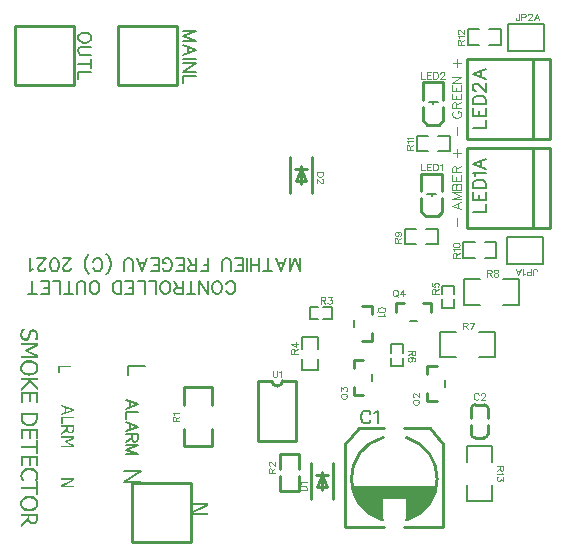
<source format=gto>
G04 Layer: TopSilkscreenLayer*
G04 EasyEDA v6.5.39, 2024-01-10 16:20:09*
G04 85b321e934e241e88075cb939218c85a,3d9c8b04885e45b7839bd8e85c0fd600,10*
G04 Gerber Generator version 0.2*
G04 Scale: 100 percent, Rotated: No, Reflected: No *
G04 Dimensions in millimeters *
G04 leading zeros omitted , absolute positions ,4 integer and 5 decimal *
%FSLAX45Y45*%
%MOMM*%

%ADD10C,0.2032*%
%ADD11C,0.1600*%
%ADD12C,0.1524*%
%ADD13C,0.1000*%
%ADD14C,0.1200*%
%ADD15C,0.2540*%
%ADD16C,0.2000*%
%ADD17C,0.2030*%
%ADD18C,0.1270*%
%ADD19C,0.0148*%

%LPD*%
G36*
X1670812Y-770128D02*
G01*
X1670812Y-788416D01*
X1785874Y-788416D01*
X1670812Y-846836D01*
X1670812Y-874268D01*
X1816100Y-874268D01*
X1816100Y-856234D01*
X1690624Y-856234D01*
X1816100Y-791972D01*
X1816100Y-770128D01*
G37*
G36*
X237236Y703580D02*
G01*
X232765Y693572D01*
X229108Y682752D01*
X226821Y670560D01*
X226060Y655828D01*
X226263Y649478D01*
X226872Y643686D01*
X227939Y638454D01*
X229362Y633730D01*
X231292Y629513D01*
X233629Y625500D01*
X236270Y621639D01*
X239267Y617982D01*
X242214Y614984D01*
X245567Y612394D01*
X249224Y610158D01*
X253238Y608330D01*
X257454Y606755D01*
X261620Y605688D01*
X265836Y604977D01*
X270002Y604774D01*
X276453Y605180D01*
X282448Y606501D01*
X287934Y608634D01*
X292862Y611632D01*
X301040Y620725D01*
X306832Y633730D01*
X314452Y663448D01*
X315874Y667867D01*
X317703Y671677D01*
X319836Y674979D01*
X322326Y677672D01*
X325323Y679805D01*
X328828Y681278D01*
X332689Y682193D01*
X337058Y682498D01*
X341985Y681990D01*
X346405Y680415D01*
X350266Y677773D01*
X353568Y674116D01*
X356362Y669696D01*
X358343Y664667D01*
X359511Y658926D01*
X359918Y652526D01*
X359613Y646633D01*
X358698Y640842D01*
X357225Y635203D01*
X355092Y629666D01*
X352704Y624484D01*
X350062Y619760D01*
X347218Y615594D01*
X344170Y611886D01*
X344170Y610362D01*
X367284Y610362D01*
X369417Y615137D01*
X371297Y620166D01*
X372872Y625297D01*
X375259Y636117D01*
X376021Y641807D01*
X376529Y647700D01*
X376682Y653796D01*
X375920Y664006D01*
X373684Y673201D01*
X369976Y681532D01*
X364744Y688848D01*
X351332Y699109D01*
X335026Y702564D01*
X330962Y702411D01*
X327101Y701903D01*
X323443Y701141D01*
X316890Y698754D01*
X313944Y697179D01*
X311302Y695299D01*
X306476Y690778D01*
X304342Y688238D01*
X302514Y685444D01*
X299516Y679450D01*
X296976Y672744D01*
X289306Y642874D01*
X287731Y638505D01*
X285902Y634746D01*
X283667Y631647D01*
X281178Y629158D01*
X278180Y627278D01*
X274828Y625906D01*
X271068Y625094D01*
X266954Y624840D01*
X261772Y625348D01*
X257098Y626872D01*
X252984Y629412D01*
X249428Y632968D01*
X244297Y643280D01*
X242570Y657352D01*
X242874Y662990D01*
X243840Y668782D01*
X245414Y674674D01*
X247650Y680720D01*
X253542Y692099D01*
X261620Y702310D01*
X261620Y703580D01*
G37*
G36*
X228600Y584962D02*
G01*
X228600Y566928D01*
X353822Y566928D01*
X268732Y529336D01*
X268732Y517651D01*
X353822Y479806D01*
X228600Y479806D01*
X228600Y460501D01*
X373888Y460501D01*
X373888Y487172D01*
X293116Y522224D01*
X373888Y558546D01*
X373888Y584962D01*
G37*
G36*
X301244Y439166D02*
G01*
X284378Y438099D01*
X269240Y434848D01*
X256184Y429310D01*
X245364Y421893D01*
X236728Y412496D01*
X230632Y401574D01*
X226821Y388924D01*
X225552Y374904D01*
X242316Y374904D01*
X243281Y384454D01*
X246125Y392988D01*
X250901Y400558D01*
X257556Y407162D01*
X265887Y412394D01*
X275945Y416102D01*
X287731Y418338D01*
X301244Y419100D01*
X314706Y418338D01*
X326644Y416051D01*
X331978Y414375D01*
X336854Y412292D01*
X341274Y409905D01*
X345186Y407162D01*
X348843Y404012D01*
X351993Y400608D01*
X354584Y397002D01*
X356616Y393192D01*
X358292Y389077D01*
X359460Y384657D01*
X360172Y379933D01*
X360426Y374904D01*
X360172Y369976D01*
X359460Y365252D01*
X358292Y360832D01*
X356616Y356616D01*
X354482Y352704D01*
X351840Y349046D01*
X348742Y345694D01*
X345186Y342646D01*
X341376Y340004D01*
X337058Y337616D01*
X332232Y335534D01*
X326898Y333756D01*
X314909Y331470D01*
X301244Y330708D01*
X287731Y331470D01*
X275996Y333705D01*
X265887Y337413D01*
X257556Y342646D01*
X250901Y349148D01*
X246125Y356666D01*
X243281Y365252D01*
X242316Y374904D01*
X225552Y374904D01*
X226771Y361238D01*
X230378Y348742D01*
X236524Y337769D01*
X245364Y328168D01*
X256184Y320598D01*
X269240Y315214D01*
X284378Y311810D01*
X301244Y310642D01*
X318465Y311759D01*
X333502Y315214D01*
X346608Y320751D01*
X357378Y328168D01*
X361797Y332486D01*
X365709Y337261D01*
X369062Y342493D01*
X371856Y348234D01*
X375666Y360883D01*
X376936Y374904D01*
X375716Y388924D01*
X372110Y401574D01*
X365861Y412445D01*
X357378Y421640D01*
X346456Y429056D01*
X333502Y434593D01*
X318465Y437997D01*
G37*
G36*
X228600Y289306D02*
G01*
X228600Y270002D01*
X286766Y270002D01*
X296164Y261620D01*
X228600Y208534D01*
X228600Y183388D01*
X309118Y247142D01*
X373888Y186944D01*
X373888Y210566D01*
X307086Y270002D01*
X373888Y270002D01*
X373888Y289306D01*
G37*
G36*
X228600Y171958D02*
G01*
X228600Y81026D01*
X245871Y81026D01*
X245871Y152400D01*
X299720Y152400D01*
X299720Y85852D01*
X316992Y85852D01*
X316992Y152400D01*
X356870Y152400D01*
X356870Y81026D01*
X373888Y81026D01*
X373888Y171958D01*
G37*
G36*
X228600Y-2794D02*
G01*
X228600Y-22098D01*
X357378Y-22098D01*
X357276Y-43180D01*
X356260Y-54203D01*
X355346Y-58928D01*
X354177Y-63195D01*
X352653Y-67360D01*
X350875Y-71475D01*
X348742Y-75438D01*
X340664Y-85039D01*
X330200Y-91948D01*
X317042Y-95961D01*
X301498Y-97282D01*
X285902Y-96012D01*
X273050Y-92202D01*
X267614Y-89357D01*
X262788Y-85902D01*
X258470Y-81889D01*
X254762Y-77216D01*
X252272Y-73050D01*
X250190Y-68681D01*
X248462Y-64160D01*
X247142Y-59436D01*
X246278Y-54406D01*
X245617Y-48971D01*
X245110Y-36830D01*
X245110Y-22098D01*
X228600Y-22098D01*
X228600Y-36322D01*
X229158Y-52527D01*
X230886Y-65532D01*
X232308Y-71120D01*
X234391Y-76708D01*
X237032Y-82296D01*
X240284Y-87884D01*
X250952Y-100025D01*
X265176Y-109474D01*
X282194Y-115570D01*
X301244Y-117602D01*
X311454Y-117094D01*
X320954Y-115620D01*
X329742Y-113182D01*
X337820Y-109728D01*
X351739Y-100533D01*
X362458Y-88138D01*
X364998Y-83718D01*
X367233Y-78943D01*
X369163Y-73710D01*
X370840Y-68072D01*
X373126Y-54254D01*
X373888Y-36068D01*
X373888Y-2794D01*
G37*
G36*
X228600Y-138430D02*
G01*
X228600Y-229362D01*
X245871Y-229362D01*
X245871Y-157734D01*
X299720Y-157734D01*
X299720Y-224536D01*
X316992Y-224536D01*
X316992Y-157734D01*
X356870Y-157734D01*
X356870Y-229362D01*
X373888Y-229362D01*
X373888Y-138430D01*
G37*
G36*
X356870Y-235966D02*
G01*
X356870Y-284734D01*
X228600Y-284734D01*
X228600Y-304038D01*
X356870Y-304038D01*
X356870Y-352806D01*
X373888Y-352806D01*
X373888Y-235966D01*
G37*
G36*
X228600Y-367538D02*
G01*
X228600Y-458470D01*
X245871Y-458470D01*
X245871Y-386842D01*
X299720Y-386842D01*
X299720Y-453643D01*
X316992Y-453643D01*
X316992Y-386842D01*
X356870Y-386842D01*
X356870Y-458470D01*
X373888Y-458470D01*
X373888Y-367538D01*
G37*
G36*
X301244Y-471424D02*
G01*
X283870Y-472643D01*
X268732Y-476250D01*
X255727Y-482041D01*
X245110Y-489712D01*
X236677Y-499160D01*
X230632Y-510285D01*
X227228Y-522782D01*
X226060Y-536448D01*
X226314Y-544423D01*
X227075Y-550672D01*
X228346Y-556260D01*
X230124Y-562356D01*
X232156Y-567994D01*
X238506Y-581660D01*
X261620Y-581660D01*
X261620Y-580390D01*
X256032Y-574040D01*
X252984Y-569823D01*
X249936Y-564896D01*
X247091Y-558901D01*
X244602Y-552196D01*
X243078Y-544779D01*
X242570Y-536702D01*
X242824Y-532180D01*
X243535Y-527761D01*
X244703Y-523392D01*
X246379Y-519176D01*
X248412Y-515213D01*
X250901Y-511556D01*
X253847Y-508152D01*
X257302Y-504951D01*
X261213Y-502056D01*
X265480Y-499414D01*
X270205Y-497078D01*
X275336Y-495046D01*
X287274Y-492353D01*
X301244Y-491490D01*
X314502Y-492353D01*
X326390Y-495046D01*
X331774Y-496874D01*
X336702Y-499059D01*
X341172Y-501548D01*
X345186Y-504443D01*
X348640Y-507746D01*
X351688Y-511301D01*
X354228Y-515112D01*
X356362Y-519176D01*
X358038Y-523341D01*
X359206Y-527608D01*
X359918Y-532079D01*
X360172Y-536702D01*
X359664Y-544779D01*
X359003Y-548386D01*
X357174Y-554939D01*
X354736Y-561035D01*
X351688Y-566674D01*
X348386Y-571652D01*
X341122Y-580136D01*
X341122Y-581660D01*
X364236Y-581660D01*
X366826Y-576935D01*
X371144Y-567182D01*
X372872Y-562356D01*
X374345Y-556768D01*
X375666Y-550672D01*
X376428Y-543915D01*
X376682Y-536956D01*
X375412Y-522935D01*
X371602Y-510285D01*
X365201Y-499109D01*
X356616Y-489458D01*
X345643Y-481634D01*
X332994Y-475996D01*
X318312Y-472592D01*
G37*
G36*
X356870Y-584962D02*
G01*
X356870Y-633730D01*
X228600Y-633730D01*
X228600Y-653034D01*
X356870Y-653034D01*
X356870Y-702056D01*
X373888Y-702056D01*
X373888Y-584962D01*
G37*
G36*
X301244Y-708406D02*
G01*
X284378Y-709472D01*
X269240Y-712724D01*
X256184Y-718261D01*
X245364Y-725678D01*
X236728Y-735076D01*
X230632Y-745998D01*
X226821Y-758647D01*
X225552Y-772668D01*
X242316Y-772668D01*
X243281Y-763016D01*
X246125Y-754430D01*
X250901Y-746912D01*
X257556Y-740410D01*
X265887Y-735177D01*
X275945Y-731469D01*
X287731Y-729234D01*
X301244Y-728472D01*
X314706Y-729234D01*
X326644Y-731520D01*
X331978Y-733196D01*
X336854Y-735279D01*
X341274Y-737666D01*
X345186Y-740410D01*
X348843Y-743559D01*
X351993Y-746963D01*
X354584Y-750570D01*
X356616Y-754380D01*
X358292Y-758494D01*
X359460Y-762863D01*
X360172Y-767638D01*
X360426Y-772668D01*
X360172Y-777595D01*
X359460Y-782320D01*
X358292Y-786739D01*
X356616Y-790956D01*
X354482Y-794867D01*
X351840Y-798525D01*
X348742Y-801878D01*
X345186Y-804926D01*
X341376Y-807567D01*
X337058Y-809955D01*
X332232Y-812038D01*
X326898Y-813816D01*
X314909Y-816102D01*
X301244Y-816864D01*
X287731Y-816102D01*
X275996Y-813866D01*
X265887Y-810158D01*
X257556Y-804926D01*
X250901Y-798423D01*
X246125Y-790905D01*
X243281Y-782320D01*
X242316Y-772668D01*
X225552Y-772668D01*
X226771Y-786333D01*
X230378Y-798830D01*
X236524Y-809802D01*
X245364Y-819403D01*
X256184Y-826973D01*
X269240Y-832358D01*
X284378Y-835761D01*
X301244Y-836930D01*
X318465Y-835761D01*
X333502Y-832358D01*
X346608Y-826820D01*
X357378Y-819403D01*
X361797Y-815086D01*
X365709Y-810310D01*
X369062Y-805078D01*
X371856Y-799338D01*
X375666Y-786688D01*
X376936Y-772668D01*
X375716Y-758647D01*
X372110Y-745998D01*
X365861Y-735126D01*
X357378Y-725932D01*
X346456Y-718362D01*
X333502Y-712978D01*
X318465Y-709523D01*
G37*
G36*
X228600Y-858012D02*
G01*
X228600Y-877569D01*
X357378Y-877569D01*
X357327Y-900531D01*
X356819Y-907237D01*
X356362Y-910082D01*
X354787Y-915314D01*
X352552Y-919734D01*
X350824Y-921969D01*
X348843Y-923848D01*
X346760Y-925423D01*
X344424Y-926592D01*
X341782Y-927608D01*
X339039Y-928319D01*
X336092Y-928725D01*
X332994Y-928878D01*
X329336Y-928776D01*
X322681Y-927760D01*
X319786Y-926846D01*
X317093Y-925677D01*
X314604Y-924306D01*
X312267Y-922629D01*
X310134Y-920750D01*
X308051Y-918210D01*
X306324Y-915466D01*
X305003Y-912520D01*
X304038Y-909319D01*
X302869Y-902309D01*
X302514Y-894587D01*
X302514Y-877569D01*
X286512Y-877569D01*
X286512Y-899668D01*
X228600Y-945642D01*
X228600Y-970787D01*
X291846Y-918971D01*
X298500Y-931468D01*
X307848Y-941069D01*
X319836Y-947166D01*
X334518Y-949198D01*
X340004Y-948893D01*
X345084Y-948029D01*
X349656Y-946607D01*
X353822Y-944626D01*
X357479Y-942238D01*
X360730Y-939495D01*
X363677Y-936294D01*
X366268Y-932687D01*
X368554Y-928827D01*
X370382Y-924864D01*
X371754Y-920851D01*
X372618Y-916686D01*
X373583Y-907084D01*
X373888Y-895603D01*
X373888Y-858012D01*
G37*
G36*
X546100Y395224D02*
G01*
X546100Y332232D01*
X559054Y332232D01*
X559054Y380746D01*
X655066Y380746D01*
X655066Y395224D01*
G37*
G36*
X571500Y64262D02*
G01*
X571500Y49530D01*
X601980Y39624D01*
X601980Y35560D01*
X614426Y35560D01*
X665734Y18796D01*
X614426Y2032D01*
X614426Y35560D01*
X601980Y35560D01*
X601980Y-2032D01*
X571500Y-11938D01*
X571500Y-27178D01*
X680466Y9652D01*
X680466Y27432D01*
G37*
G36*
X571500Y-37592D02*
G01*
X571500Y-100584D01*
X584454Y-100584D01*
X584454Y-52069D01*
X680466Y-52069D01*
X680466Y-37592D01*
G37*
G36*
X571500Y-112014D02*
G01*
X571500Y-126746D01*
X668020Y-126746D01*
X667969Y-143865D01*
X667613Y-148945D01*
X666800Y-153111D01*
X665378Y-156667D01*
X664464Y-158242D01*
X663143Y-159918D01*
X660095Y-162560D01*
X658368Y-163576D01*
X654354Y-164896D01*
X652221Y-165252D01*
X647141Y-165252D01*
X644550Y-164998D01*
X639826Y-163830D01*
X637844Y-162966D01*
X634136Y-160528D01*
X632460Y-159004D01*
X630936Y-157124D01*
X629716Y-155143D01*
X628802Y-152958D01*
X627583Y-148031D01*
X626973Y-142443D01*
X626872Y-126746D01*
X614934Y-126746D01*
X614934Y-143256D01*
X571500Y-177800D01*
X571500Y-196596D01*
X618998Y-157734D01*
X621182Y-162661D01*
X623874Y-167081D01*
X627126Y-170942D01*
X630936Y-174244D01*
X635254Y-176936D01*
X640029Y-178816D01*
X645261Y-179984D01*
X651002Y-180340D01*
X655116Y-180136D01*
X658876Y-179527D01*
X662228Y-178460D01*
X665226Y-177038D01*
X668020Y-175209D01*
X670560Y-173126D01*
X672846Y-170637D01*
X674878Y-167894D01*
X676503Y-165049D01*
X677773Y-162102D01*
X678789Y-159105D01*
X679907Y-152603D01*
X680415Y-144729D01*
X680466Y-112014D01*
G37*
G36*
X571500Y-205232D02*
G01*
X571500Y-218694D01*
X665480Y-218694D01*
X601472Y-246888D01*
X601472Y-255778D01*
X665480Y-284226D01*
X571500Y-284226D01*
X571500Y-298704D01*
X680466Y-298704D01*
X680466Y-278638D01*
X619760Y-252221D01*
X680466Y-225044D01*
X680466Y-205232D01*
G37*
G36*
X571500Y-557276D02*
G01*
X571500Y-570738D01*
X665480Y-570738D01*
X571500Y-618998D01*
X571500Y-635254D01*
X680466Y-635254D01*
X680466Y-621538D01*
X594106Y-621538D01*
X680466Y-577850D01*
X680466Y-557276D01*
G37*
D10*
X1243584Y-495300D02*
G01*
X1100328Y-495300D01*
X1243584Y-495300D02*
G01*
X1100328Y-590804D01*
X1243584Y-590804D02*
G01*
X1100328Y-590804D01*
X1281684Y393700D02*
G01*
X1138428Y393700D01*
X1138428Y393700D02*
G01*
X1138428Y311912D01*
D11*
X1218437Y65278D02*
G01*
X1122934Y101600D01*
X1218437Y65278D02*
G01*
X1122934Y28955D01*
X1154937Y87884D02*
G01*
X1154937Y42418D01*
X1218437Y-1015D02*
G01*
X1122934Y-1015D01*
X1122934Y-1015D02*
G01*
X1122934Y-55626D01*
X1218437Y-121920D02*
G01*
X1122934Y-85597D01*
X1218437Y-121920D02*
G01*
X1122934Y-158495D01*
X1154937Y-99313D02*
G01*
X1154937Y-144779D01*
X1218437Y-188468D02*
G01*
X1122934Y-188468D01*
X1218437Y-188468D02*
G01*
X1218437Y-229362D01*
X1213865Y-242823D01*
X1209294Y-247395D01*
X1200404Y-251968D01*
X1191260Y-251968D01*
X1182115Y-247395D01*
X1177544Y-242823D01*
X1172971Y-229362D01*
X1172971Y-188468D01*
X1172971Y-220218D02*
G01*
X1122934Y-251968D01*
X1218437Y-281939D02*
G01*
X1122934Y-281939D01*
X1218437Y-281939D02*
G01*
X1122934Y-318515D01*
X1218437Y-354837D02*
G01*
X1122934Y-318515D01*
X1218437Y-354837D02*
G01*
X1122934Y-354837D01*
D12*
X2590800Y1192784D02*
G01*
X2590800Y1301750D01*
X2590800Y1192784D02*
G01*
X2549143Y1301750D01*
X2507741Y1192784D02*
G01*
X2549143Y1301750D01*
X2507741Y1192784D02*
G01*
X2507741Y1301750D01*
X2431795Y1192784D02*
G01*
X2473452Y1301750D01*
X2431795Y1192784D02*
G01*
X2390140Y1301750D01*
X2457704Y1265428D02*
G01*
X2405888Y1265428D01*
X2319527Y1192784D02*
G01*
X2319527Y1301750D01*
X2355850Y1192784D02*
G01*
X2283206Y1192784D01*
X2248915Y1192784D02*
G01*
X2248915Y1301750D01*
X2176272Y1192784D02*
G01*
X2176272Y1301750D01*
X2248915Y1244600D02*
G01*
X2176272Y1244600D01*
X2141981Y1192784D02*
G01*
X2141981Y1301750D01*
X2107691Y1192784D02*
G01*
X2107691Y1301750D01*
X2107691Y1192784D02*
G01*
X2040127Y1192784D01*
X2107691Y1244600D02*
G01*
X2066036Y1244600D01*
X2107691Y1301750D02*
G01*
X2040127Y1301750D01*
X2005838Y1192784D02*
G01*
X2005838Y1270762D01*
X2000504Y1286255D01*
X1990090Y1296670D01*
X1974595Y1301750D01*
X1964181Y1301750D01*
X1948688Y1296670D01*
X1938274Y1286255D01*
X1932940Y1270762D01*
X1932940Y1192784D01*
X1818639Y1192784D02*
G01*
X1818639Y1301750D01*
X1818639Y1192784D02*
G01*
X1751329Y1192784D01*
X1818639Y1244600D02*
G01*
X1777237Y1244600D01*
X1717039Y1192784D02*
G01*
X1717039Y1301750D01*
X1717039Y1192784D02*
G01*
X1670050Y1192784D01*
X1654555Y1197863D01*
X1649476Y1203197D01*
X1644142Y1213612D01*
X1644142Y1224026D01*
X1649476Y1234439D01*
X1654555Y1239520D01*
X1670050Y1244600D01*
X1717039Y1244600D01*
X1680463Y1244600D02*
G01*
X1644142Y1301750D01*
X1609852Y1192784D02*
G01*
X1609852Y1301750D01*
X1609852Y1192784D02*
G01*
X1542287Y1192784D01*
X1609852Y1244600D02*
G01*
X1568450Y1244600D01*
X1609852Y1301750D02*
G01*
X1542287Y1301750D01*
X1430020Y1218692D02*
G01*
X1435354Y1208278D01*
X1445768Y1197863D01*
X1456181Y1192784D01*
X1477010Y1192784D01*
X1487170Y1197863D01*
X1497584Y1208278D01*
X1502918Y1218692D01*
X1507997Y1234439D01*
X1507997Y1260347D01*
X1502918Y1275842D01*
X1497584Y1286255D01*
X1487170Y1296670D01*
X1477010Y1301750D01*
X1456181Y1301750D01*
X1445768Y1296670D01*
X1435354Y1286255D01*
X1430020Y1275842D01*
X1430020Y1260347D01*
X1456181Y1260347D02*
G01*
X1430020Y1260347D01*
X1395729Y1192784D02*
G01*
X1395729Y1301750D01*
X1395729Y1192784D02*
G01*
X1328420Y1192784D01*
X1395729Y1244600D02*
G01*
X1354328Y1244600D01*
X1395729Y1301750D02*
G01*
X1328420Y1301750D01*
X1252473Y1192784D02*
G01*
X1294129Y1301750D01*
X1252473Y1192784D02*
G01*
X1210818Y1301750D01*
X1278381Y1265428D02*
G01*
X1226565Y1265428D01*
X1176528Y1192784D02*
G01*
X1176528Y1270762D01*
X1171447Y1286255D01*
X1161034Y1296670D01*
X1145539Y1301750D01*
X1135126Y1301750D01*
X1119378Y1296670D01*
X1108963Y1286255D01*
X1103884Y1270762D01*
X1103884Y1192784D01*
X953262Y1171955D02*
G01*
X963676Y1182370D01*
X974089Y1197863D01*
X984250Y1218692D01*
X989584Y1244600D01*
X989584Y1265428D01*
X984250Y1291589D01*
X974089Y1312163D01*
X963676Y1327912D01*
X953262Y1338326D01*
X840994Y1218692D02*
G01*
X846073Y1208278D01*
X856487Y1197863D01*
X866902Y1192784D01*
X887729Y1192784D01*
X898144Y1197863D01*
X908557Y1208278D01*
X913637Y1218692D01*
X918971Y1234439D01*
X918971Y1260347D01*
X913637Y1275842D01*
X908557Y1286255D01*
X898144Y1296670D01*
X887729Y1301750D01*
X866902Y1301750D01*
X856487Y1296670D01*
X846073Y1286255D01*
X840994Y1275842D01*
X806704Y1171955D02*
G01*
X796289Y1182370D01*
X785876Y1197863D01*
X775462Y1218692D01*
X770381Y1244600D01*
X770381Y1265428D01*
X775462Y1291589D01*
X785876Y1312163D01*
X796289Y1327912D01*
X806704Y1338326D01*
X650747Y1218692D02*
G01*
X650747Y1213612D01*
X645668Y1203197D01*
X640334Y1197863D01*
X629920Y1192784D01*
X609345Y1192784D01*
X598931Y1197863D01*
X593597Y1203197D01*
X588518Y1213612D01*
X588518Y1224026D01*
X593597Y1234439D01*
X604012Y1249934D01*
X656081Y1301750D01*
X583184Y1301750D01*
X517905Y1192784D02*
G01*
X533400Y1197863D01*
X543813Y1213612D01*
X548894Y1239520D01*
X548894Y1255013D01*
X543813Y1281176D01*
X533400Y1296670D01*
X517905Y1301750D01*
X507492Y1301750D01*
X491744Y1296670D01*
X481329Y1281176D01*
X476250Y1255013D01*
X476250Y1239520D01*
X481329Y1213612D01*
X491744Y1197863D01*
X507492Y1192784D01*
X517905Y1192784D01*
X436879Y1218692D02*
G01*
X436879Y1213612D01*
X431545Y1203197D01*
X426465Y1197863D01*
X416052Y1192784D01*
X395223Y1192784D01*
X384810Y1197863D01*
X379729Y1203197D01*
X374395Y1213612D01*
X374395Y1224026D01*
X379729Y1234439D01*
X389889Y1249934D01*
X441960Y1301750D01*
X369315Y1301750D01*
X335026Y1213612D02*
G01*
X324612Y1208278D01*
X308863Y1192784D01*
X308863Y1301750D01*
X1966722Y1028192D02*
G01*
X1972056Y1017778D01*
X1982470Y1007363D01*
X1992629Y1002284D01*
X2013458Y1002284D01*
X2023872Y1007363D01*
X2034286Y1017778D01*
X2039620Y1028192D01*
X2044700Y1043939D01*
X2044700Y1069847D01*
X2039620Y1085342D01*
X2034286Y1095755D01*
X2023872Y1106170D01*
X2013458Y1111250D01*
X1992629Y1111250D01*
X1982470Y1106170D01*
X1972056Y1095755D01*
X1966722Y1085342D01*
X1901189Y1002284D02*
G01*
X1911604Y1007363D01*
X1922018Y1017778D01*
X1927352Y1028192D01*
X1932431Y1043939D01*
X1932431Y1069847D01*
X1927352Y1085342D01*
X1922018Y1095755D01*
X1911604Y1106170D01*
X1901189Y1111250D01*
X1880615Y1111250D01*
X1870202Y1106170D01*
X1859787Y1095755D01*
X1854454Y1085342D01*
X1849373Y1069847D01*
X1849373Y1043939D01*
X1854454Y1028192D01*
X1859787Y1017778D01*
X1870202Y1007363D01*
X1880615Y1002284D01*
X1901189Y1002284D01*
X1815084Y1002284D02*
G01*
X1815084Y1111250D01*
X1815084Y1002284D02*
G01*
X1742439Y1111250D01*
X1742439Y1002284D02*
G01*
X1742439Y1111250D01*
X1671573Y1002284D02*
G01*
X1671573Y1111250D01*
X1708150Y1002284D02*
G01*
X1635252Y1002284D01*
X1600962Y1002284D02*
G01*
X1600962Y1111250D01*
X1600962Y1002284D02*
G01*
X1554226Y1002284D01*
X1538731Y1007363D01*
X1533397Y1012697D01*
X1528318Y1023112D01*
X1528318Y1033526D01*
X1533397Y1043939D01*
X1538731Y1049020D01*
X1554226Y1054100D01*
X1600962Y1054100D01*
X1564639Y1054100D02*
G01*
X1528318Y1111250D01*
X1462786Y1002284D02*
G01*
X1473200Y1007363D01*
X1483613Y1017778D01*
X1488694Y1028192D01*
X1494028Y1043939D01*
X1494028Y1069847D01*
X1488694Y1085342D01*
X1483613Y1095755D01*
X1473200Y1106170D01*
X1462786Y1111250D01*
X1441957Y1111250D01*
X1431544Y1106170D01*
X1421129Y1095755D01*
X1416050Y1085342D01*
X1410970Y1069847D01*
X1410970Y1043939D01*
X1416050Y1028192D01*
X1421129Y1017778D01*
X1431544Y1007363D01*
X1441957Y1002284D01*
X1462786Y1002284D01*
X1376679Y1002284D02*
G01*
X1376679Y1111250D01*
X1376679Y1111250D02*
G01*
X1314195Y1111250D01*
X1279905Y1002284D02*
G01*
X1279905Y1111250D01*
X1279905Y1111250D02*
G01*
X1217676Y1111250D01*
X1183386Y1002284D02*
G01*
X1183386Y1111250D01*
X1183386Y1002284D02*
G01*
X1115821Y1002284D01*
X1183386Y1054100D02*
G01*
X1141729Y1054100D01*
X1183386Y1111250D02*
G01*
X1115821Y1111250D01*
X1081531Y1002284D02*
G01*
X1081531Y1111250D01*
X1081531Y1002284D02*
G01*
X1045210Y1002284D01*
X1029462Y1007363D01*
X1019047Y1017778D01*
X1013968Y1028192D01*
X1008634Y1043939D01*
X1008634Y1069847D01*
X1013968Y1085342D01*
X1019047Y1095755D01*
X1029462Y1106170D01*
X1045210Y1111250D01*
X1081531Y1111250D01*
X863345Y1002284D02*
G01*
X873760Y1007363D01*
X883920Y1017778D01*
X889254Y1028192D01*
X894334Y1043939D01*
X894334Y1069847D01*
X889254Y1085342D01*
X883920Y1095755D01*
X873760Y1106170D01*
X863345Y1111250D01*
X842518Y1111250D01*
X832104Y1106170D01*
X821689Y1095755D01*
X816610Y1085342D01*
X811276Y1069847D01*
X811276Y1043939D01*
X816610Y1028192D01*
X821689Y1017778D01*
X832104Y1007363D01*
X842518Y1002284D01*
X863345Y1002284D01*
X776986Y1002284D02*
G01*
X776986Y1080262D01*
X771905Y1095755D01*
X761492Y1106170D01*
X745744Y1111250D01*
X735329Y1111250D01*
X719836Y1106170D01*
X709421Y1095755D01*
X704342Y1080262D01*
X704342Y1002284D01*
X633729Y1002284D02*
G01*
X633729Y1111250D01*
X670052Y1002284D02*
G01*
X597154Y1002284D01*
X562863Y1002284D02*
G01*
X562863Y1111250D01*
X562863Y1111250D02*
G01*
X500634Y1111250D01*
X466344Y1002284D02*
G01*
X466344Y1111250D01*
X466344Y1002284D02*
G01*
X398779Y1002284D01*
X466344Y1054100D02*
G01*
X424687Y1054100D01*
X466344Y1111250D02*
G01*
X398779Y1111250D01*
X328168Y1002284D02*
G01*
X328168Y1111250D01*
X364489Y1002284D02*
G01*
X291845Y1002284D01*
X1715515Y3225800D02*
G01*
X1606550Y3225800D01*
X1715515Y3225800D02*
G01*
X1606550Y3184144D01*
X1715515Y3142742D02*
G01*
X1606550Y3184144D01*
X1715515Y3142742D02*
G01*
X1606550Y3142742D01*
X1715515Y3066795D02*
G01*
X1606550Y3108452D01*
X1715515Y3066795D02*
G01*
X1606550Y3025139D01*
X1642871Y3092704D02*
G01*
X1642871Y3040887D01*
X1715515Y2990850D02*
G01*
X1606550Y2990850D01*
X1715515Y2956560D02*
G01*
X1606550Y2956560D01*
X1715515Y2956560D02*
G01*
X1606550Y2883915D01*
X1715515Y2883915D02*
G01*
X1606550Y2883915D01*
X1715515Y2849626D02*
G01*
X1606550Y2849626D01*
X1606550Y2849626D02*
G01*
X1606550Y2787395D01*
X826515Y3181857D02*
G01*
X821436Y3192271D01*
X811021Y3202686D01*
X800607Y3208020D01*
X784860Y3213100D01*
X758952Y3213100D01*
X743457Y3208020D01*
X733044Y3202686D01*
X722629Y3192271D01*
X717550Y3181857D01*
X717550Y3161029D01*
X722629Y3150870D01*
X733044Y3140455D01*
X743457Y3135121D01*
X758952Y3130042D01*
X784860Y3130042D01*
X800607Y3135121D01*
X811021Y3140455D01*
X821436Y3150870D01*
X826515Y3161029D01*
X826515Y3181857D01*
X826515Y3095752D02*
G01*
X748537Y3095752D01*
X733044Y3090418D01*
X722629Y3080004D01*
X717550Y3064510D01*
X717550Y3054095D01*
X722629Y3038602D01*
X733044Y3028187D01*
X748537Y3022854D01*
X826515Y3022854D01*
X826515Y2952242D02*
G01*
X717550Y2952242D01*
X826515Y2988563D02*
G01*
X826515Y2915920D01*
X826515Y2881629D02*
G01*
X717550Y2881629D01*
X717550Y2881629D02*
G01*
X717550Y2819400D01*
D13*
X3975100Y758952D02*
G01*
X3975100Y701802D01*
X3975100Y758952D02*
G01*
X3999738Y758952D01*
X4007865Y756412D01*
X4010659Y753618D01*
X4013200Y748029D01*
X4013200Y742695D01*
X4010659Y737107D01*
X4007865Y734568D01*
X3999738Y731773D01*
X3975100Y731773D01*
X3994150Y731773D02*
G01*
X4013200Y701802D01*
X4069588Y758952D02*
G01*
X4042156Y701802D01*
X4031234Y758952D02*
G01*
X4069588Y758952D01*
X4178300Y1203452D02*
G01*
X4178300Y1146302D01*
X4178300Y1203452D02*
G01*
X4202938Y1203452D01*
X4211065Y1200912D01*
X4213859Y1198118D01*
X4216400Y1192529D01*
X4216400Y1187195D01*
X4213859Y1181607D01*
X4211065Y1179068D01*
X4202938Y1176273D01*
X4178300Y1176273D01*
X4197350Y1176273D02*
G01*
X4216400Y1146302D01*
X4248150Y1203452D02*
G01*
X4240022Y1200912D01*
X4237227Y1195323D01*
X4237227Y1189989D01*
X4240022Y1184402D01*
X4245356Y1181607D01*
X4256277Y1179068D01*
X4264406Y1176273D01*
X4269993Y1170939D01*
X4272788Y1165352D01*
X4272788Y1157223D01*
X4269993Y1151636D01*
X4267200Y1149095D01*
X4259072Y1146302D01*
X4248150Y1146302D01*
X4240022Y1149095D01*
X4237227Y1151636D01*
X4234434Y1157223D01*
X4234434Y1165352D01*
X4237227Y1170939D01*
X4242561Y1176273D01*
X4250943Y1179068D01*
X4261865Y1181607D01*
X4267200Y1184402D01*
X4269993Y1189989D01*
X4269993Y1195323D01*
X4267200Y1200912D01*
X4259072Y1203452D01*
X4248150Y1203452D01*
X4314952Y-457200D02*
G01*
X4257802Y-457200D01*
X4314952Y-457200D02*
G01*
X4314952Y-481837D01*
X4312411Y-489965D01*
X4309618Y-492760D01*
X4304029Y-495300D01*
X4298695Y-495300D01*
X4293108Y-492760D01*
X4290568Y-489965D01*
X4287774Y-481837D01*
X4287774Y-457200D01*
X4287774Y-476250D02*
G01*
X4257802Y-495300D01*
X4304029Y-513334D02*
G01*
X4306824Y-518921D01*
X4314952Y-527050D01*
X4257802Y-527050D01*
X4314952Y-550418D02*
G01*
X4314952Y-580389D01*
X4293108Y-564134D01*
X4293108Y-572262D01*
X4290568Y-577850D01*
X4287774Y-580389D01*
X4279645Y-583184D01*
X4274058Y-583184D01*
X4265929Y-580389D01*
X4260595Y-575055D01*
X4257802Y-566928D01*
X4257802Y-558545D01*
X4260595Y-550418D01*
X4263136Y-547623D01*
X4268724Y-545084D01*
X3495547Y2222500D02*
G01*
X3552697Y2222500D01*
X3495547Y2222500D02*
G01*
X3495547Y2247137D01*
X3498088Y2255265D01*
X3500881Y2258060D01*
X3506470Y2260600D01*
X3511804Y2260600D01*
X3517391Y2258060D01*
X3519931Y2255265D01*
X3522725Y2247137D01*
X3522725Y2222500D01*
X3522725Y2241550D02*
G01*
X3552697Y2260600D01*
X3506470Y2278634D02*
G01*
X3503675Y2284221D01*
X3495547Y2292350D01*
X3552697Y2292350D01*
X3506470Y2310384D02*
G01*
X3503675Y2315718D01*
X3495547Y2323845D01*
X3552697Y2323845D01*
X3927347Y3111500D02*
G01*
X3984497Y3111500D01*
X3927347Y3111500D02*
G01*
X3927347Y3136137D01*
X3929888Y3144265D01*
X3932681Y3147060D01*
X3938270Y3149600D01*
X3943604Y3149600D01*
X3949191Y3147060D01*
X3951731Y3144265D01*
X3954525Y3136137D01*
X3954525Y3111500D01*
X3954525Y3130550D02*
G01*
X3984497Y3149600D01*
X3938270Y3167634D02*
G01*
X3935475Y3173221D01*
X3927347Y3181350D01*
X3984497Y3181350D01*
X3940809Y3201923D02*
G01*
X3938270Y3201923D01*
X3932681Y3204718D01*
X3929888Y3207512D01*
X3927347Y3212845D01*
X3927347Y3223768D01*
X3929888Y3229355D01*
X3932681Y3232150D01*
X3938270Y3234689D01*
X3943604Y3234689D01*
X3949191Y3232150D01*
X3957320Y3226562D01*
X3984497Y3199384D01*
X3984497Y3237484D01*
X3393947Y1435100D02*
G01*
X3451097Y1435100D01*
X3393947Y1435100D02*
G01*
X3393947Y1459737D01*
X3396488Y1467865D01*
X3399281Y1470660D01*
X3404870Y1473200D01*
X3410204Y1473200D01*
X3415791Y1470660D01*
X3418331Y1467865D01*
X3421125Y1459737D01*
X3421125Y1435100D01*
X3421125Y1454150D02*
G01*
X3451097Y1473200D01*
X3412997Y1526794D02*
G01*
X3421125Y1524000D01*
X3426459Y1518665D01*
X3429254Y1510284D01*
X3429254Y1507744D01*
X3426459Y1499362D01*
X3421125Y1494028D01*
X3412997Y1491234D01*
X3410204Y1491234D01*
X3402075Y1494028D01*
X3396488Y1499362D01*
X3393947Y1507744D01*
X3393947Y1510284D01*
X3396488Y1518665D01*
X3402075Y1524000D01*
X3412997Y1526794D01*
X3426459Y1526794D01*
X3440175Y1524000D01*
X3448304Y1518665D01*
X3451097Y1510284D01*
X3451097Y1504950D01*
X3448304Y1496821D01*
X3442970Y1494028D01*
X3889247Y1308100D02*
G01*
X3946397Y1308100D01*
X3889247Y1308100D02*
G01*
X3889247Y1332737D01*
X3891788Y1340865D01*
X3894581Y1343660D01*
X3900170Y1346200D01*
X3905504Y1346200D01*
X3911091Y1343660D01*
X3913631Y1340865D01*
X3916425Y1332737D01*
X3916425Y1308100D01*
X3916425Y1327150D02*
G01*
X3946397Y1346200D01*
X3900170Y1364234D02*
G01*
X3897375Y1369821D01*
X3889247Y1377950D01*
X3946397Y1377950D01*
X3889247Y1412239D02*
G01*
X3891788Y1404112D01*
X3900170Y1398523D01*
X3913631Y1395984D01*
X3921759Y1395984D01*
X3935475Y1398523D01*
X3943604Y1404112D01*
X3946397Y1412239D01*
X3946397Y1417828D01*
X3943604Y1425955D01*
X3935475Y1431289D01*
X3921759Y1434084D01*
X3913631Y1434084D01*
X3900170Y1431289D01*
X3891788Y1425955D01*
X3889247Y1417828D01*
X3889247Y1412239D01*
D14*
X3925315Y1574800D02*
G01*
X3925315Y1640331D01*
X3881627Y1749297D02*
G01*
X3958081Y1720342D01*
X3881627Y1749297D02*
G01*
X3958081Y1778507D01*
X3932681Y1731263D02*
G01*
X3932681Y1767586D01*
X3881627Y1802384D02*
G01*
X3958081Y1802384D01*
X3881627Y1802384D02*
G01*
X3958081Y1831594D01*
X3881627Y1860550D02*
G01*
X3958081Y1831594D01*
X3881627Y1860550D02*
G01*
X3958081Y1860550D01*
X3881627Y1884679D02*
G01*
X3958081Y1884679D01*
X3881627Y1884679D02*
G01*
X3881627Y1917445D01*
X3885184Y1928368D01*
X3888993Y1931923D01*
X3896106Y1935479D01*
X3903472Y1935479D01*
X3910838Y1931923D01*
X3914393Y1928368D01*
X3917950Y1917445D01*
X3917950Y1884679D02*
G01*
X3917950Y1917445D01*
X3921759Y1928368D01*
X3925315Y1931923D01*
X3932681Y1935479D01*
X3943604Y1935479D01*
X3950715Y1931923D01*
X3954525Y1928368D01*
X3958081Y1917445D01*
X3958081Y1884679D01*
X3881627Y1959610D02*
G01*
X3958081Y1959610D01*
X3881627Y1959610D02*
G01*
X3881627Y2006854D01*
X3917950Y1959610D02*
G01*
X3917950Y1988565D01*
X3958081Y1959610D02*
G01*
X3958081Y2006854D01*
X3881627Y2030729D02*
G01*
X3958081Y2030729D01*
X3881627Y2030729D02*
G01*
X3881627Y2063495D01*
X3885184Y2074418D01*
X3888993Y2077973D01*
X3896106Y2081784D01*
X3903472Y2081784D01*
X3910838Y2077973D01*
X3914393Y2074418D01*
X3917950Y2063495D01*
X3917950Y2030729D01*
X3917950Y2056129D02*
G01*
X3958081Y2081784D01*
X3892550Y2194560D02*
G01*
X3958081Y2194560D01*
X3925315Y2161794D02*
G01*
X3925315Y2227071D01*
D12*
X4056964Y1696796D02*
G01*
X4165930Y1696796D01*
X4165930Y1696796D02*
G01*
X4165930Y1759026D01*
X4056964Y1793316D02*
G01*
X4165930Y1793316D01*
X4056964Y1793316D02*
G01*
X4056964Y1860880D01*
X4108780Y1793316D02*
G01*
X4108780Y1834972D01*
X4165930Y1793316D02*
G01*
X4165930Y1860880D01*
X4056964Y1895170D02*
G01*
X4165930Y1895170D01*
X4056964Y1895170D02*
G01*
X4056964Y1931746D01*
X4062044Y1947240D01*
X4072458Y1957654D01*
X4082872Y1962734D01*
X4098366Y1968068D01*
X4124528Y1968068D01*
X4140022Y1962734D01*
X4150436Y1957654D01*
X4160850Y1947240D01*
X4165930Y1931746D01*
X4165930Y1895170D01*
X4077538Y2002358D02*
G01*
X4072458Y2012772D01*
X4056964Y2028266D01*
X4165930Y2028266D01*
X4056964Y2104212D02*
G01*
X4165930Y2062556D01*
X4056964Y2104212D02*
G01*
X4165930Y2145614D01*
X4129608Y2078050D02*
G01*
X4129608Y2130120D01*
D14*
X3925315Y2349500D02*
G01*
X3925315Y2415031D01*
X3899915Y2549397D02*
G01*
X3892550Y2545842D01*
X3885184Y2538476D01*
X3881627Y2531363D01*
X3881627Y2516886D01*
X3885184Y2509520D01*
X3892550Y2502154D01*
X3899915Y2498597D01*
X3910838Y2495042D01*
X3928872Y2495042D01*
X3939793Y2498597D01*
X3947159Y2502154D01*
X3954525Y2509520D01*
X3958081Y2516886D01*
X3958081Y2531363D01*
X3954525Y2538476D01*
X3947159Y2545842D01*
X3939793Y2549397D01*
X3928872Y2549397D01*
X3928872Y2531363D02*
G01*
X3928872Y2549397D01*
X3881627Y2573528D02*
G01*
X3958081Y2573528D01*
X3881627Y2573528D02*
G01*
X3881627Y2606294D01*
X3885184Y2617215D01*
X3888993Y2620771D01*
X3896106Y2624328D01*
X3903472Y2624328D01*
X3910838Y2620771D01*
X3914393Y2617215D01*
X3917950Y2606294D01*
X3917950Y2573528D01*
X3917950Y2598928D02*
G01*
X3958081Y2624328D01*
X3881627Y2648457D02*
G01*
X3958081Y2648457D01*
X3881627Y2648457D02*
G01*
X3881627Y2695702D01*
X3917950Y2648457D02*
G01*
X3917950Y2677413D01*
X3958081Y2648457D02*
G01*
X3958081Y2695702D01*
X3881627Y2719578D02*
G01*
X3958081Y2719578D01*
X3881627Y2719578D02*
G01*
X3881627Y2767076D01*
X3917950Y2719578D02*
G01*
X3917950Y2748787D01*
X3958081Y2719578D02*
G01*
X3958081Y2767076D01*
X3881627Y2790952D02*
G01*
X3958081Y2790952D01*
X3881627Y2790952D02*
G01*
X3958081Y2841752D01*
X3881627Y2841752D02*
G01*
X3958081Y2841752D01*
X3892550Y2954528D02*
G01*
X3958081Y2954528D01*
X3925315Y2921762D02*
G01*
X3925315Y2987294D01*
D12*
X4056837Y2408631D02*
G01*
X4166057Y2408631D01*
X4166057Y2408631D02*
G01*
X4166057Y2470861D01*
X4056837Y2505151D02*
G01*
X4166057Y2505151D01*
X4056837Y2505151D02*
G01*
X4056837Y2572715D01*
X4108907Y2505151D02*
G01*
X4108907Y2546807D01*
X4166057Y2505151D02*
G01*
X4166057Y2572715D01*
X4056837Y2607005D02*
G01*
X4166057Y2607005D01*
X4056837Y2607005D02*
G01*
X4056837Y2643581D01*
X4062171Y2659075D01*
X4072331Y2669489D01*
X4082745Y2674569D01*
X4098493Y2679903D01*
X4124401Y2679903D01*
X4139895Y2674569D01*
X4150309Y2669489D01*
X4160723Y2659075D01*
X4166057Y2643581D01*
X4166057Y2607005D01*
X4082745Y2719273D02*
G01*
X4077665Y2719273D01*
X4067251Y2724607D01*
X4062171Y2729687D01*
X4056837Y2740101D01*
X4056837Y2760929D01*
X4062171Y2771343D01*
X4067251Y2776423D01*
X4077665Y2781757D01*
X4088079Y2781757D01*
X4098493Y2776423D01*
X4113987Y2766009D01*
X4166057Y2714193D01*
X4166057Y2786837D01*
X4056837Y2862783D02*
G01*
X4166057Y2821127D01*
X4056837Y2862783D02*
G01*
X4166057Y2904185D01*
X4129481Y2836621D02*
G01*
X4129481Y2888691D01*
D13*
X3546347Y79755D02*
G01*
X3548888Y74421D01*
X3554475Y68834D01*
X3559809Y66294D01*
X3568191Y63500D01*
X3581654Y63500D01*
X3589781Y66294D01*
X3595370Y68834D01*
X3600704Y74421D01*
X3603497Y79755D01*
X3603497Y90678D01*
X3600704Y96265D01*
X3595370Y101600D01*
X3589781Y104394D01*
X3581654Y107187D01*
X3568191Y107187D01*
X3559809Y104394D01*
X3554475Y101600D01*
X3548888Y96265D01*
X3546347Y90678D01*
X3546347Y79755D01*
X3592575Y88137D02*
G01*
X3609086Y104394D01*
X3559809Y127762D02*
G01*
X3557270Y127762D01*
X3551681Y130555D01*
X3548888Y133350D01*
X3546347Y138684D01*
X3546347Y149605D01*
X3548888Y155194D01*
X3551681Y157987D01*
X3557270Y160528D01*
X3562604Y160528D01*
X3568191Y157987D01*
X3576320Y152400D01*
X3603497Y125221D01*
X3603497Y163321D01*
X3394456Y1038352D02*
G01*
X3389122Y1035812D01*
X3383534Y1030223D01*
X3380993Y1024889D01*
X3378200Y1016507D01*
X3378200Y1003045D01*
X3380993Y994918D01*
X3383534Y989329D01*
X3389122Y983995D01*
X3394456Y981202D01*
X3405377Y981202D01*
X3410965Y983995D01*
X3416300Y989329D01*
X3419093Y994918D01*
X3421888Y1003045D01*
X3421888Y1016507D01*
X3419093Y1024889D01*
X3416300Y1030223D01*
X3410965Y1035812D01*
X3405377Y1038352D01*
X3394456Y1038352D01*
X3402838Y992123D02*
G01*
X3419093Y975613D01*
X3467100Y1038352D02*
G01*
X3439922Y1000252D01*
X3480815Y1000252D01*
X3467100Y1038352D02*
G01*
X3467100Y981202D01*
X2768600Y974852D02*
G01*
X2768600Y917702D01*
X2768600Y974852D02*
G01*
X2793238Y974852D01*
X2801365Y972312D01*
X2804159Y969518D01*
X2806700Y963929D01*
X2806700Y958595D01*
X2804159Y953007D01*
X2801365Y950468D01*
X2793238Y947673D01*
X2768600Y947673D01*
X2787650Y947673D02*
G01*
X2806700Y917702D01*
X2830322Y974852D02*
G01*
X2860293Y974852D01*
X2843784Y953007D01*
X2852165Y953007D01*
X2857500Y950468D01*
X2860293Y947673D01*
X2863088Y939545D01*
X2863088Y933957D01*
X2860293Y925829D01*
X2854706Y920495D01*
X2846577Y917702D01*
X2838450Y917702D01*
X2830322Y920495D01*
X2827527Y923036D01*
X2824734Y928623D01*
X2517647Y495300D02*
G01*
X2574797Y495300D01*
X2517647Y495300D02*
G01*
X2517647Y519937D01*
X2520188Y528065D01*
X2522981Y530860D01*
X2528570Y533400D01*
X2533904Y533400D01*
X2539491Y530860D01*
X2542031Y528065D01*
X2544825Y519937D01*
X2544825Y495300D01*
X2544825Y514350D02*
G01*
X2574797Y533400D01*
X2517647Y578865D02*
G01*
X2555747Y551434D01*
X2555747Y592328D01*
X2517647Y578865D02*
G01*
X2574797Y578865D01*
X3711447Y1003300D02*
G01*
X3768597Y1003300D01*
X3711447Y1003300D02*
G01*
X3711447Y1027937D01*
X3713988Y1036065D01*
X3716781Y1038860D01*
X3722370Y1041400D01*
X3727704Y1041400D01*
X3733291Y1038860D01*
X3735831Y1036065D01*
X3738625Y1027937D01*
X3738625Y1003300D01*
X3738625Y1022350D02*
G01*
X3768597Y1041400D01*
X3711447Y1092200D02*
G01*
X3711447Y1065021D01*
X3735831Y1062228D01*
X3733291Y1065021D01*
X3730497Y1073150D01*
X3730497Y1081278D01*
X3733291Y1089405D01*
X3738625Y1094994D01*
X3746754Y1097787D01*
X3752341Y1097787D01*
X3760470Y1094994D01*
X3765804Y1089405D01*
X3768597Y1081278D01*
X3768597Y1073150D01*
X3765804Y1065021D01*
X3763263Y1062228D01*
X3757675Y1059434D01*
X3565652Y520700D02*
G01*
X3508502Y520700D01*
X3565652Y520700D02*
G01*
X3565652Y496062D01*
X3563111Y487934D01*
X3560318Y485139D01*
X3554729Y482600D01*
X3549395Y482600D01*
X3543808Y485139D01*
X3541268Y487934D01*
X3538474Y496062D01*
X3538474Y520700D01*
X3538474Y501650D02*
G01*
X3508502Y482600D01*
X3557524Y431800D02*
G01*
X3563111Y434594D01*
X3565652Y442721D01*
X3565652Y448055D01*
X3563111Y456437D01*
X3554729Y461771D01*
X3541268Y464565D01*
X3527552Y464565D01*
X3516629Y461771D01*
X3511295Y456437D01*
X3508502Y448055D01*
X3508502Y445515D01*
X3511295Y437134D01*
X3516629Y431800D01*
X3524758Y429005D01*
X3527552Y429005D01*
X3535679Y431800D01*
X3541268Y437134D01*
X3543808Y445515D01*
X3543808Y448055D01*
X3541268Y456437D01*
X3535679Y461771D01*
X3527552Y464565D01*
X3311652Y872744D02*
G01*
X3309111Y878078D01*
X3303524Y883665D01*
X3298190Y886205D01*
X3289808Y889000D01*
X3276345Y889000D01*
X3268218Y886205D01*
X3262629Y883665D01*
X3257295Y878078D01*
X3254502Y872744D01*
X3254502Y861821D01*
X3257295Y856234D01*
X3262629Y850900D01*
X3268218Y848105D01*
X3276345Y845312D01*
X3289808Y845312D01*
X3298190Y848105D01*
X3303524Y850900D01*
X3309111Y856234D01*
X3311652Y861821D01*
X3311652Y872744D01*
X3265424Y864362D02*
G01*
X3248913Y848105D01*
X3300729Y827278D02*
G01*
X3303524Y821944D01*
X3311652Y813815D01*
X3254502Y813815D01*
X2936747Y130555D02*
G01*
X2939288Y125221D01*
X2944875Y119634D01*
X2950209Y117094D01*
X2958591Y114300D01*
X2972054Y114300D01*
X2980181Y117094D01*
X2985770Y119634D01*
X2991104Y125221D01*
X2993897Y130555D01*
X2993897Y141478D01*
X2991104Y147065D01*
X2985770Y152400D01*
X2980181Y155194D01*
X2972054Y157987D01*
X2958591Y157987D01*
X2950209Y155194D01*
X2944875Y152400D01*
X2939288Y147065D01*
X2936747Y141478D01*
X2936747Y130555D01*
X2982975Y138937D02*
G01*
X2999486Y155194D01*
X2936747Y181355D02*
G01*
X2936747Y211328D01*
X2958591Y195071D01*
X2958591Y203200D01*
X2961131Y208787D01*
X2963925Y211328D01*
X2972054Y214121D01*
X2977641Y214121D01*
X2985770Y211328D01*
X2991104Y205994D01*
X2993897Y197865D01*
X2993897Y189484D01*
X2991104Y181355D01*
X2988563Y178562D01*
X2982975Y176021D01*
X2327071Y-512902D02*
G01*
X2384221Y-512902D01*
X2327071Y-512902D02*
G01*
X2327071Y-488264D01*
X2329865Y-480136D01*
X2332405Y-477342D01*
X2337993Y-474802D01*
X2343327Y-474802D01*
X2348915Y-477342D01*
X2351709Y-480136D01*
X2354249Y-488264D01*
X2354249Y-512902D01*
X2354249Y-493852D02*
G01*
X2384221Y-474802D01*
X2340787Y-453974D02*
G01*
X2337993Y-453974D01*
X2332405Y-451180D01*
X2329865Y-448640D01*
X2327071Y-443052D01*
X2327071Y-432130D01*
X2329865Y-426796D01*
X2332405Y-424002D01*
X2337993Y-421208D01*
X2343327Y-421208D01*
X2348915Y-424002D01*
X2357043Y-429336D01*
X2384221Y-456768D01*
X2384221Y-418414D01*
X2593771Y-660400D02*
G01*
X2650921Y-660400D01*
X2593771Y-660400D02*
G01*
X2593771Y-641350D01*
X2596565Y-633221D01*
X2601899Y-627634D01*
X2607487Y-624839D01*
X2615615Y-622300D01*
X2629331Y-622300D01*
X2637459Y-624839D01*
X2642793Y-627634D01*
X2648381Y-633221D01*
X2650921Y-641350D01*
X2650921Y-660400D01*
X2604693Y-604265D02*
G01*
X2601899Y-598678D01*
X2593771Y-590550D01*
X2650921Y-590550D01*
X2790952Y2032000D02*
G01*
X2733802Y2032000D01*
X2790952Y2032000D02*
G01*
X2790952Y2012950D01*
X2788411Y2004821D01*
X2782824Y1999234D01*
X2777490Y1996439D01*
X2769108Y1993900D01*
X2755645Y1993900D01*
X2747518Y1996439D01*
X2741929Y1999234D01*
X2736595Y2004821D01*
X2733802Y2012950D01*
X2733802Y2032000D01*
X2777490Y1973071D02*
G01*
X2780029Y1973071D01*
X2785618Y1970278D01*
X2788411Y1967737D01*
X2790952Y1962150D01*
X2790952Y1951228D01*
X2788411Y1945894D01*
X2785618Y1943100D01*
X2780029Y1940305D01*
X2774695Y1940305D01*
X2769108Y1943100D01*
X2760979Y1948434D01*
X2733802Y1975865D01*
X2733802Y1937512D01*
X4104805Y148589D02*
G01*
X4102265Y153923D01*
X4096677Y159512D01*
X4091343Y162052D01*
X4080421Y162052D01*
X4074833Y159512D01*
X4069499Y153923D01*
X4066705Y148589D01*
X4063911Y140207D01*
X4063911Y126745D01*
X4066705Y118618D01*
X4069499Y113029D01*
X4074833Y107695D01*
X4080421Y104902D01*
X4091343Y104902D01*
X4096677Y107695D01*
X4102265Y113029D01*
X4104805Y118618D01*
X4125633Y148589D02*
G01*
X4125633Y151129D01*
X4128427Y156718D01*
X4130967Y159512D01*
X4136555Y162052D01*
X4147477Y162052D01*
X4152811Y159512D01*
X4155605Y156718D01*
X4158399Y151129D01*
X4158399Y145795D01*
X4155605Y140207D01*
X4150271Y132079D01*
X4122839Y104902D01*
X4161193Y104902D01*
X1514347Y-76149D02*
G01*
X1571497Y-76149D01*
X1514347Y-76149D02*
G01*
X1514347Y-51765D01*
X1516887Y-43383D01*
X1519681Y-40843D01*
X1525270Y-38049D01*
X1530604Y-38049D01*
X1536192Y-40843D01*
X1538731Y-43383D01*
X1541526Y-51765D01*
X1541526Y-76149D01*
X1541526Y-57099D02*
G01*
X1571497Y-38049D01*
X1525270Y-20015D02*
G01*
X1522476Y-14681D01*
X1514347Y-6299D01*
X1571497Y-6299D01*
D12*
X3189462Y-12181D02*
G01*
X3184128Y-1767D01*
X3173714Y8646D01*
X3163554Y13726D01*
X3142726Y13726D01*
X3132312Y8646D01*
X3121898Y-1767D01*
X3116564Y-12181D01*
X3111484Y-27929D01*
X3111484Y-53837D01*
X3116564Y-69331D01*
X3121898Y-79745D01*
X3132312Y-90159D01*
X3142726Y-95239D01*
X3163554Y-95239D01*
X3173714Y-90159D01*
X3184128Y-79745D01*
X3189462Y-69331D01*
X3223752Y-7101D02*
G01*
X3234166Y-1767D01*
X3249660Y13726D01*
X3249660Y-95239D01*
D13*
X2362200Y352552D02*
G01*
X2362200Y311657D01*
X2364993Y303529D01*
X2370327Y298195D01*
X2378456Y295402D01*
X2384043Y295402D01*
X2392172Y298195D01*
X2397759Y303529D01*
X2400300Y311657D01*
X2400300Y352552D01*
X2418334Y341629D02*
G01*
X2423922Y344423D01*
X2432050Y352552D01*
X2432050Y295402D01*
X3619500Y2105152D02*
G01*
X3619500Y2048002D01*
X3619500Y2048002D02*
G01*
X3652265Y2048002D01*
X3670300Y2105152D02*
G01*
X3670300Y2048002D01*
X3670300Y2105152D02*
G01*
X3705606Y2105152D01*
X3670300Y2077973D02*
G01*
X3692143Y2077973D01*
X3670300Y2048002D02*
G01*
X3705606Y2048002D01*
X3723640Y2105152D02*
G01*
X3723640Y2048002D01*
X3723640Y2105152D02*
G01*
X3742690Y2105152D01*
X3751072Y2102612D01*
X3756406Y2097023D01*
X3759200Y2091689D01*
X3761740Y2083307D01*
X3761740Y2069845D01*
X3759200Y2061718D01*
X3756406Y2056129D01*
X3751072Y2050795D01*
X3742690Y2048002D01*
X3723640Y2048002D01*
X3779774Y2094229D02*
G01*
X3785361Y2097023D01*
X3793490Y2105152D01*
X3793490Y2048002D01*
X3619500Y2879852D02*
G01*
X3619500Y2822702D01*
X3619500Y2822702D02*
G01*
X3652265Y2822702D01*
X3670300Y2879852D02*
G01*
X3670300Y2822702D01*
X3670300Y2879852D02*
G01*
X3705606Y2879852D01*
X3670300Y2852673D02*
G01*
X3692143Y2852673D01*
X3670300Y2822702D02*
G01*
X3705606Y2822702D01*
X3723640Y2879852D02*
G01*
X3723640Y2822702D01*
X3723640Y2879852D02*
G01*
X3742690Y2879852D01*
X3751072Y2877312D01*
X3756406Y2871723D01*
X3759200Y2866389D01*
X3761740Y2858007D01*
X3761740Y2844545D01*
X3759200Y2836418D01*
X3756406Y2830829D01*
X3751072Y2825495D01*
X3742690Y2822702D01*
X3723640Y2822702D01*
X3782568Y2866389D02*
G01*
X3782568Y2868929D01*
X3785361Y2874518D01*
X3788156Y2877312D01*
X3793490Y2879852D01*
X3804411Y2879852D01*
X3809745Y2877312D01*
X3812540Y2874518D01*
X3815334Y2868929D01*
X3815334Y2863595D01*
X3812540Y2858007D01*
X3807206Y2849879D01*
X3779774Y2822702D01*
X3818127Y2822702D01*
X4570222Y1158747D02*
G01*
X4570222Y1202181D01*
X4572761Y1210563D01*
X4575556Y1213104D01*
X4581143Y1215897D01*
X4586477Y1215897D01*
X4592065Y1213104D01*
X4594606Y1210563D01*
X4597400Y1202181D01*
X4597400Y1196847D01*
X4552188Y1158747D02*
G01*
X4552188Y1215897D01*
X4552188Y1158747D02*
G01*
X4527550Y1158747D01*
X4519422Y1161287D01*
X4516627Y1164081D01*
X4513834Y1169670D01*
X4513834Y1177797D01*
X4516627Y1183131D01*
X4519422Y1185926D01*
X4527550Y1188720D01*
X4552188Y1188720D01*
X4496054Y1169670D02*
G01*
X4490465Y1166876D01*
X4482338Y1158747D01*
X4482338Y1215897D01*
X4442459Y1158747D02*
G01*
X4464304Y1215897D01*
X4442459Y1158747D02*
G01*
X4420615Y1215897D01*
X4456175Y1196847D02*
G01*
X4428743Y1196847D01*
X4446777Y3375152D02*
G01*
X4446777Y3331718D01*
X4444238Y3323336D01*
X4441443Y3320795D01*
X4435856Y3318002D01*
X4430522Y3318002D01*
X4424934Y3320795D01*
X4422393Y3323336D01*
X4419600Y3331718D01*
X4419600Y3337052D01*
X4464811Y3375152D02*
G01*
X4464811Y3318002D01*
X4464811Y3375152D02*
G01*
X4489450Y3375152D01*
X4497577Y3372612D01*
X4500372Y3369818D01*
X4503165Y3364229D01*
X4503165Y3356102D01*
X4500372Y3350768D01*
X4497577Y3347973D01*
X4489450Y3345179D01*
X4464811Y3345179D01*
X4523740Y3361689D02*
G01*
X4523740Y3364229D01*
X4526534Y3369818D01*
X4529327Y3372612D01*
X4534661Y3375152D01*
X4545584Y3375152D01*
X4551172Y3372612D01*
X4553711Y3369818D01*
X4556506Y3364229D01*
X4556506Y3358895D01*
X4553711Y3353307D01*
X4548377Y3345179D01*
X4520945Y3318002D01*
X4559300Y3318002D01*
X4599177Y3375152D02*
G01*
X4577334Y3318002D01*
X4599177Y3375152D02*
G01*
X4620768Y3318002D01*
X4585461Y3337052D02*
G01*
X4612640Y3337052D01*
G36*
X3032760Y-627380D02*
G01*
X3053080Y-680720D01*
X3068320Y-718820D01*
X3086100Y-756920D01*
X3108960Y-789940D01*
X3141980Y-828040D01*
X3172460Y-850900D01*
X3205480Y-876300D01*
X3230880Y-886460D01*
X3271520Y-904240D01*
X3296920Y-911860D01*
X3296920Y-731520D01*
X3489960Y-731520D01*
X3489960Y-911860D01*
X3553460Y-883919D01*
X3614420Y-858519D01*
X3647440Y-820419D01*
X3683000Y-782320D01*
X3703320Y-744220D01*
X3728720Y-695960D01*
X3738879Y-668020D01*
X3759200Y-627380D01*
G37*
D15*
X1049985Y3270046D02*
G01*
X1549984Y3270046D01*
X1549984Y2770047D01*
X1049985Y2770047D01*
X1049985Y3270046D01*
X1172413Y-600913D02*
G01*
X1672412Y-600913D01*
X1672412Y-1100912D01*
X1172413Y-1100912D01*
X1172413Y-600913D01*
X180035Y3270046D02*
G01*
X680034Y3270046D01*
X680034Y2770047D01*
X180035Y2770047D01*
X180035Y3270046D01*
D12*
X4108320Y463590D02*
G01*
X4244312Y463590D01*
X4244312Y679409D01*
X4108320Y679409D01*
X3918079Y463590D02*
G01*
X3782087Y463590D01*
X3782087Y679409D01*
X3918079Y679409D01*
X4311520Y908090D02*
G01*
X4447512Y908090D01*
X4447512Y1123909D01*
X4311520Y1123909D01*
X4121279Y908090D02*
G01*
X3985287Y908090D01*
X3985287Y1123909D01*
X4121279Y1123909D01*
X4222709Y-425579D02*
G01*
X4222709Y-289587D01*
X4006890Y-289587D01*
X4006890Y-425579D01*
X4222709Y-615820D02*
G01*
X4222709Y-751812D01*
X4006890Y-751812D01*
X4006890Y-615820D01*
X3678478Y2339360D02*
G01*
X3582591Y2339360D01*
X3582591Y2207239D01*
X3678478Y2207239D01*
X3763721Y2339360D02*
G01*
X3859608Y2339360D01*
X3859608Y2207239D01*
X3763721Y2207239D01*
X4195521Y3108939D02*
G01*
X4291408Y3108939D01*
X4291408Y3241060D01*
X4195521Y3241060D01*
X4110278Y3108939D02*
G01*
X4014391Y3108939D01*
X4014391Y3241060D01*
X4110278Y3241060D01*
X3662121Y1419839D02*
G01*
X3758008Y1419839D01*
X3758008Y1551960D01*
X3662121Y1551960D01*
X3576878Y1419839D02*
G01*
X3480991Y1419839D01*
X3480991Y1551960D01*
X3576878Y1551960D01*
X4157421Y1305539D02*
G01*
X4253308Y1305539D01*
X4253308Y1437660D01*
X4157421Y1437660D01*
X4072178Y1305539D02*
G01*
X3976291Y1305539D01*
X3976291Y1437660D01*
X4072178Y1437660D01*
D15*
X4570003Y1559920D02*
G01*
X4570003Y2239919D01*
X4009999Y1559915D02*
G01*
X4009999Y2239924D01*
X4709998Y2239924D01*
X4709998Y1559915D01*
X4009999Y1559915D01*
X4570003Y2309982D02*
G01*
X4570003Y2989981D01*
X4009999Y2309977D02*
G01*
X4009999Y2989986D01*
X4709998Y2989986D01*
X4709998Y2309977D01*
X4009999Y2309977D01*
X3750309Y95300D02*
G01*
X3668801Y95300D01*
X3668801Y161289D01*
X3668801Y321310D02*
G01*
X3668801Y387299D01*
X3668801Y321310D01*
X3668801Y387299D01*
X3750309Y387299D01*
D16*
X3823792Y211302D02*
G01*
X3823792Y271297D01*
D15*
X3410000Y847089D02*
G01*
X3410000Y928598D01*
X3475990Y928598D01*
X3636009Y928598D02*
G01*
X3701999Y928598D01*
X3636009Y928598D01*
X3701999Y928598D01*
X3701999Y847089D01*
D16*
X3526002Y773607D02*
G01*
X3585997Y773607D01*
D12*
X2745978Y788339D02*
G01*
X2674175Y788339D01*
X2674175Y888060D01*
X2745978Y888060D01*
X2791221Y788339D02*
G01*
X2863024Y788339D01*
X2863024Y888060D01*
X2791221Y888060D01*
X2745760Y537921D02*
G01*
X2745760Y633808D01*
X2613639Y633808D01*
X2613639Y537921D01*
X2745760Y452678D02*
G01*
X2745760Y356791D01*
X2613639Y356791D01*
X2613639Y452678D01*
X3798239Y1000521D02*
G01*
X3798239Y1072324D01*
X3897960Y1072324D01*
X3897960Y1000521D01*
X3798239Y955278D02*
G01*
X3798239Y883475D01*
X3897960Y883475D01*
X3897960Y955278D01*
X3466160Y459978D02*
G01*
X3466160Y388175D01*
X3366439Y388175D01*
X3366439Y459978D01*
X3466160Y505221D02*
G01*
X3466160Y577024D01*
X3366439Y577024D01*
X3366439Y505221D01*
D15*
X3120390Y895299D02*
G01*
X3201898Y895299D01*
X3201898Y829310D01*
X3201898Y669289D02*
G01*
X3201898Y603300D01*
X3201898Y669289D01*
X3201898Y603300D01*
X3120390Y603300D01*
D16*
X3046907Y779297D02*
G01*
X3046907Y719302D01*
D15*
X3128009Y146100D02*
G01*
X3046501Y146100D01*
X3046501Y212089D01*
X3046501Y372110D02*
G01*
X3046501Y438099D01*
X3046501Y372110D01*
X3046501Y438099D01*
X3128009Y438099D01*
D16*
X3201492Y262102D02*
G01*
X3201492Y322097D01*
D15*
X2421963Y-662995D02*
G01*
X2581968Y-662995D01*
X2581457Y-477934D02*
G01*
X2581457Y-352938D01*
X2421453Y-477934D02*
G01*
X2421453Y-352938D01*
X2581968Y-537992D02*
G01*
X2581968Y-662995D01*
X2421963Y-537992D02*
G01*
X2421963Y-662995D01*
X2421453Y-352938D02*
G01*
X2581457Y-352938D01*
X2875953Y-432196D02*
G01*
X2875953Y-732195D01*
X2687985Y-433532D02*
G01*
X2687985Y-733531D01*
X2781300Y-508000D02*
G01*
X2781300Y-660400D01*
X2832100Y-533400D02*
G01*
X2730500Y-533400D01*
X2740659Y-635000D02*
G01*
X2781300Y-533400D01*
X2821940Y-635000D02*
G01*
X2740659Y-635000D01*
X2781300Y-533400D02*
G01*
X2821940Y-635000D01*
X2698153Y2158603D02*
G01*
X2698153Y1858604D01*
X2510185Y2157267D02*
G01*
X2510185Y1857268D01*
X2603500Y2082800D02*
G01*
X2603500Y1930400D01*
X2654300Y2057400D02*
G01*
X2552700Y2057400D01*
X2562859Y1955800D02*
G01*
X2603500Y2057400D01*
X2644140Y1955800D02*
G01*
X2562859Y1955800D01*
X2603500Y2057400D02*
G01*
X2644140Y1955800D01*
X4184599Y-105067D02*
G01*
X4184599Y-185069D01*
X4073618Y-216049D02*
G01*
X4153618Y-216049D01*
X4042636Y-105067D02*
G01*
X4042636Y-185069D01*
X4185183Y-47477D02*
G01*
X4185183Y32517D01*
X4043220Y-47477D02*
G01*
X4043220Y32517D01*
X4074200Y63500D02*
G01*
X4154203Y63500D01*
X1607200Y-288104D02*
G01*
X1847199Y-288104D01*
X1847199Y61894D02*
G01*
X1847199Y211894D01*
X1607200Y61894D02*
G01*
X1607200Y211894D01*
X1847199Y-138104D02*
G01*
X1847199Y-288104D01*
X1607200Y-138104D02*
G01*
X1607200Y-288104D01*
X1607200Y211894D02*
G01*
X1847199Y211894D01*
X3805427Y-268731D02*
G01*
X3805427Y-968755D01*
X2975356Y-268731D02*
G01*
X2975356Y-968755D01*
X3089402Y-137668D02*
G01*
X2975356Y-268731D01*
X3690365Y-137668D02*
G01*
X3805427Y-267715D01*
X3805427Y-968755D02*
G01*
X3473450Y-968755D01*
X3307334Y-968755D02*
G01*
X2975356Y-968755D01*
X3690365Y-137668D02*
G01*
X3474465Y-137668D01*
X3308350Y-137668D02*
G01*
X3084055Y-137668D01*
X2446091Y266700D02*
G01*
X2562859Y266700D01*
X2562859Y-247299D01*
X2562859Y-247299D02*
G01*
X2239284Y-247299D01*
X2239284Y-247299D02*
G01*
X2239284Y264160D01*
X2354579Y264160D01*
X3794759Y2018029D02*
G01*
X3622040Y2018029D01*
X3622040Y2018029D02*
G01*
X3622040Y1870710D01*
X3794759Y2018029D02*
G01*
X3794759Y1870710D01*
X3622040Y1812289D02*
G01*
X3622040Y1695450D01*
X3794759Y1809750D02*
G01*
X3794759Y1695450D01*
X3794759Y1695450D02*
G01*
X3759200Y1659889D01*
X3657600Y1659889D01*
X3622040Y1695450D01*
D17*
X3749040Y1849120D02*
G01*
X3670300Y1849120D01*
X3709195Y1849120D02*
G01*
X3709195Y1831583D01*
D15*
X3807459Y2792729D02*
G01*
X3634740Y2792729D01*
X3634740Y2792729D02*
G01*
X3634740Y2645410D01*
X3807459Y2792729D02*
G01*
X3807459Y2645410D01*
X3634740Y2586989D02*
G01*
X3634740Y2470150D01*
X3807459Y2584450D02*
G01*
X3807459Y2470150D01*
X3807459Y2470150D02*
G01*
X3771900Y2434589D01*
X3670300Y2434589D01*
X3634740Y2470150D01*
D17*
X3761740Y2623820D02*
G01*
X3683000Y2623820D01*
X3721895Y2623820D02*
G01*
X3721895Y2606283D01*
D18*
X4343400Y1485900D02*
G01*
X4648200Y1485900D01*
X4648200Y1257300D01*
X4343400Y1257300D01*
X4343400Y1485900D01*
X4356100Y3289300D02*
G01*
X4660900Y3289300D01*
X4660900Y3060700D01*
X4356100Y3060700D01*
X4356100Y3289300D01*
D15*
G75*
G01*
X4073619Y-216052D02*
G02*
X4042636Y-185069I0J30983D01*
G75*
G01*
X4184602Y-185069D02*
G02*
X4153619Y-216052I-30983J0D01*
G75*
G01*
X4043218Y32517D02*
G02*
X4074201Y63500I30983J0D01*
G75*
G01*
X4154200Y63500D02*
G02*
X4185183Y32517I0J-30983D01*
G75*
G01*
X3489960Y-914400D02*
G03*
X3494380Y-214640I-99061J350520D01*
G75*
G01*
X3299460Y-213360D02*
G03*
X3295109Y-913237I91435J-350520D01*
G75*
G01*
X2354580Y264160D02*
G03*
X2446091Y266700I45720J2551D01*
M02*

</source>
